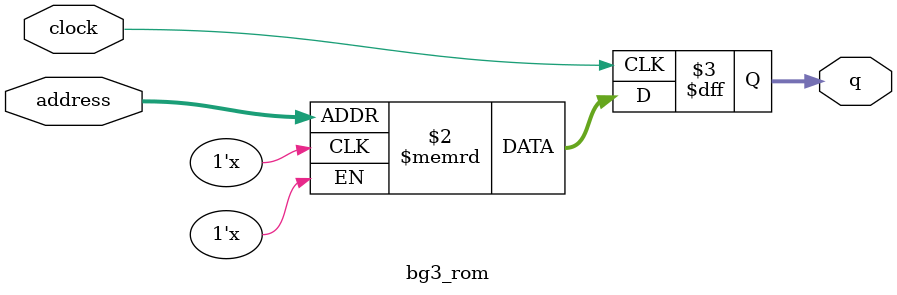
<source format=sv>
module bg3_rom (
	input logic clock,
	input logic [12:0] address,
	output logic [3:0] q
);

logic [3:0] memory [0:8059] /* synthesis ram_init_file = "./bg3/bg3.COE" */;

always_ff @ (posedge clock) begin
	q <= memory[address];
end

endmodule

</source>
